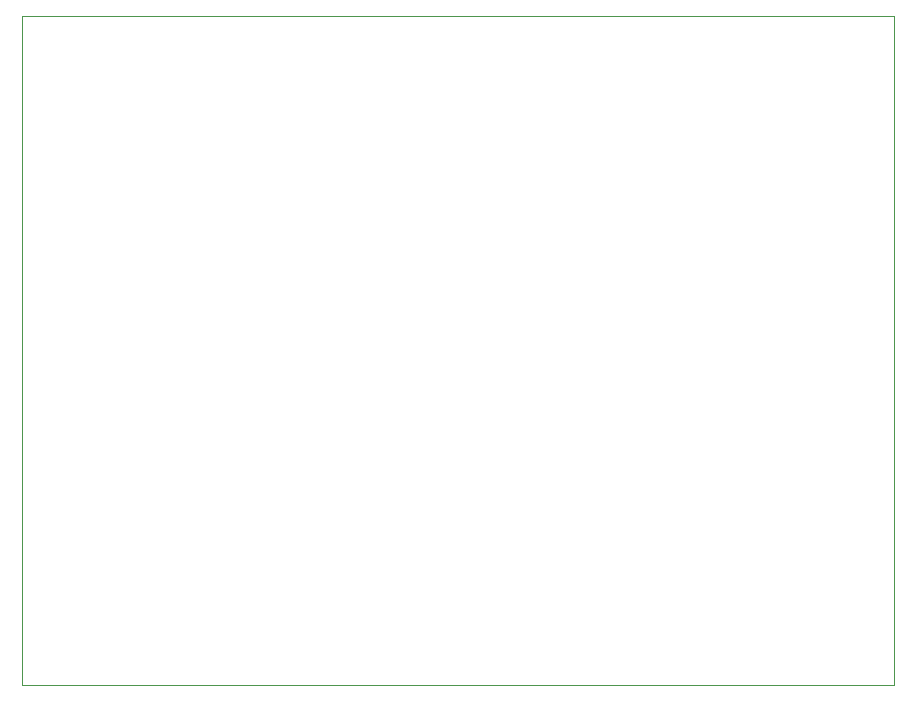
<source format=gbr>
%TF.GenerationSoftware,KiCad,Pcbnew,9.0.0*%
%TF.CreationDate,2026-01-13T09:09:25+00:00*%
%TF.ProjectId,GuitarMixer,47756974-6172-44d6-9978-65722e6b6963,V1.2*%
%TF.SameCoordinates,Original*%
%TF.FileFunction,Profile,NP*%
%FSLAX46Y46*%
G04 Gerber Fmt 4.6, Leading zero omitted, Abs format (unit mm)*
G04 Created by KiCad (PCBNEW 9.0.0) date 2026-01-13 09:09:25*
%MOMM*%
%LPD*%
G01*
G04 APERTURE LIST*
%TA.AperFunction,Profile*%
%ADD10C,0.050000*%
%TD*%
G04 APERTURE END LIST*
D10*
X102000000Y-54400000D02*
X175800000Y-54400000D01*
X175800000Y-111000000D01*
X102000000Y-111000000D01*
X102000000Y-54400000D01*
M02*

</source>
